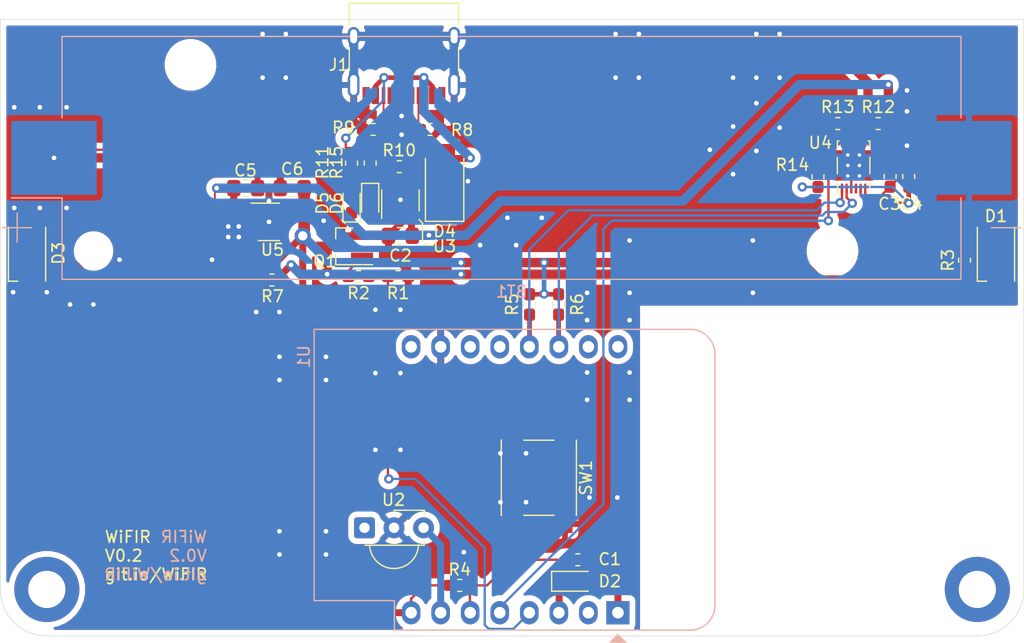
<source format=kicad_pcb>
(kicad_pcb (version 20171130) (host pcbnew "(5.1.5-107-g5d9bda6f9)-1")
  (layers (0 F.Cu signal) (31 B.Cu signal) (34 B.Paste user) (35 F.Paste user) (36 B.SilkS user) (37 F.SilkS user) (38 B.Mask user) (39 F.Mask user) (44 Edge.Cuts user))
  (net 0 "")
  (net 1 +BATT)
  (net 2 /factory_reset)
  (net 3 /~RST)
  (net 4 +1V8)
  (net 5 VCCQ)
  (net 6 +3V3)
  (net 7 "Net-(D1-Pad1)")
  (net 8 /device_wake)
  (net 9 "Net-(D3-Pad1)")
  (net 10 VBUS)
  (net 11 "Net-(D4-Pad1)")
  (net 12 "Net-(D5-Pad1)")
  (net 13 "Net-(J1-PadB8)")
  (net 14 "Net-(J1-PadA5)")
  (net 15 "Net-(J1-PadB7)")
  (net 16 "Net-(J1-PadA7)")
  (net 17 "Net-(J1-PadB6)")
  (net 18 "Net-(J1-PadA8)")
  (net 19 "Net-(J1-PadB5)")
  (net 20 "Net-(J1-PadA6)")
  (net 21 "Net-(Q1-Pad3)")
  (net 22 "Net-(Q1-Pad1)")
  (net 23 /IR_BLASTER)
  (net 24 "/Power management/SDA")
  (net 25 "/Power management/SCL")
  (net 26 "Net-(R10-Pad2)")
  (net 27 "Net-(R13-Pad2)")
  (net 28 "/Power management/~LOW_BAT")
  (net 29 "Net-(U1-Pad16)")
  (net 30 "Net-(U1-Pad15)")
  (net 31 "Net-(U1-Pad12)")
  (net 32 /IR_DeMod_SIG)
  (net 33 "Net-(U1-Pad9)")
  (net 34 /IR_DeMod_VCC)
  (net 35 "Net-(U1-Pad2)")
  (net 36 /IR_DEMOD_SIG)
  (net 37 "Net-(U4-Pad9)")
  (net 38 "Net-(U4-Pad11)")
  (net 39 "Net-(U4-Pad4)")
  (net 40 "Net-(U5-Pad4)")
  (net 41 "Net-(D5-Pad2)")
  (net 42 "Net-(D6-Pad1)")
  (net 43 GND)
  (module Battery:BatteryHolder_Keystone_1042_1x18650 (layer B.Cu) (at 217.95 75.9)
    (fp_text reference BT1 (at 0 11.5) (layer B.SilkS) (effects (justify mirror)))
    (fp_text value "LiPo cell")
    (pad "" np_thru_hole circle (at -35.93 8) (size 2.39 2.39) (drill 2.39) (layers *.Cu *.Mask))
    (pad "" np_thru_hole circle (at -27.6 -8) (size 3.45 3.45) (drill 3.45) (layers *.Cu *.Mask))
    (pad "" np_thru_hole circle (at 27.6 8) (size 3.45 3.45) (drill 3.45) (layers *.Cu *.Mask))
    (pad 2 smd rect (at 39.33 0) (size 7.34 6.35) (layers B.Cu B.Paste B.Mask) (net 43 GND))
    (pad 1 smd rect (at -39.33 0) (size 7.34 6.35) (layers B.Cu B.Paste B.Mask) (net 1 +BATT))
  )
  (module Personal_graphics:kiwi12.5mm (layer F.Cu) (at 189.2 101.2)
    (fp_text reference G*** hide)
    (fp_text value LOGO hide)
  )
  (module Personal_graphics:kiwi12.5mm (layer B.Cu) (at 185.2 101.2 180)
    (fp_text reference G*** hide)
    (fp_text value LOGO hide)
  )
  (module Resistor_SMD:R_0603_1608Metric_Pad1.05x0.95mm_HandSolder (layer F.Cu) (at 204.8 86.1 180)
    (fp_text reference R2 (at 0 -1.43) (layer F.SilkS))
    (fp_text value 1k)
    (pad 2 smd roundrect (at 0.875 0 180) (size 1.05 0.95) (layers F.Cu F.Paste F.Mask) (net 22 "Net-(Q1-Pad1)"))
    (pad 1 smd roundrect (at -0.875 0 180) (size 1.05 0.95) (layers F.Cu F.Paste F.Mask) (net 23 /IR_BLASTER))
  )
  (module MountingHole:MountingHole_3.2mm_M3_DIN965_Pad (layer F.Cu) (at 178 113)
    (fp_text reference REF** hide)
    (fp_text value MountingHole_3.2mm_M3_DIN965_Pad)
    (pad 1 thru_hole circle (at 0 0) (size 5.6 5.6) (drill 3.2) (layers *.Cu *.Mask))
  )
  (module MountingHole:MountingHole_3.2mm_M3_DIN965_Pad (layer F.Cu) (at 258 113)
    (fp_text reference REF** hide)
    (fp_text value MountingHole_3.2mm_M3_DIN965_Pad)
    (pad 1 thru_hole circle (at 0 0) (size 5.6 5.6) (drill 3.2) (layers *.Cu *.Mask))
  )
  (module LED_SMD:LED_PLCC-2 (layer F.Cu) (at 259.6 84.1 90)
    (fp_text reference D1 (at 3.2 0 180) (layer F.SilkS))
    (fp_text value VSML3710-GS18)
    (pad 2 smd rect (at 1.5 0 90) (size 1.5 2.6) (layers F.Cu F.Paste F.Mask) (net 6 +3V3))
    (pad 1 smd rect (at -1.5 0 90) (size 1.5 2.6) (layers F.Cu F.Paste F.Mask) (net 7 "Net-(D1-Pad1)"))
  )
  (module Resistor_SMD:R_0603_1608Metric_Pad1.05x0.95mm_HandSolder (layer F.Cu) (at 256.9 84.7 90)
    (fp_text reference R3 (at 0 -1.43 90) (layer F.SilkS))
    (fp_text value 6R8)
    (pad 2 smd roundrect (at 0.875 0 90) (size 1.05 0.95) (layers F.Cu F.Paste F.Mask) (net 21 "Net-(Q1-Pad3)"))
    (pad 1 smd roundrect (at -0.875 0 90) (size 1.05 0.95) (layers F.Cu F.Paste F.Mask) (net 7 "Net-(D1-Pad1)"))
  )
  (module Connector_USB:USB_C_Receptacle_HRO_TYPE-C-31-M-12 (layer F.Cu) (at 208.7 66.5 180)
    (fp_text reference J1 (at 5.6 -1.4) (layer F.SilkS))
    (fp_text value TYPE-C-31-M-12)
    (pad S1 thru_hole oval (at 4.32 1.05 180) (size 1 1.6) (drill oval 0.6 1.2) (layers *.Cu *.Mask) (net 43 GND))
    (pad "" np_thru_hole circle (at 2.89 -2.6 180) (size 0.65 0.65) (drill 0.65) (layers *.Cu *.Mask))
    (pad S1 thru_hole oval (at -4.32 1.05 180) (size 1 1.6) (drill oval 0.6 1.2) (layers *.Cu *.Mask) (net 43 GND))
    (pad "" np_thru_hole circle (at -2.89 -2.6 180) (size 0.65 0.65) (drill 0.65) (layers *.Cu *.Mask))
    (pad S1 thru_hole oval (at -4.32 -3.13 180) (size 1 2.1) (drill oval 0.6 1.7) (layers *.Cu *.Mask) (net 43 GND))
    (pad S1 thru_hole oval (at 4.32 -3.13 180) (size 1 2.1) (drill oval 0.6 1.7) (layers *.Cu *.Mask) (net 43 GND))
    (pad A6 smd rect (at -0.25 -4.045 180) (size 0.3 1.45) (layers F.Cu F.Paste F.Mask) (net 20 "Net-(J1-PadA6)"))
    (pad B5 smd rect (at 1.75 -4.045 180) (size 0.3 1.45) (layers F.Cu F.Paste F.Mask) (net 19 "Net-(J1-PadB5)"))
    (pad A8 smd rect (at 1.25 -4.045 180) (size 0.3 1.45) (layers F.Cu F.Paste F.Mask) (net 18 "Net-(J1-PadA8)"))
    (pad B6 smd rect (at 0.75 -4.045 180) (size 0.3 1.45) (layers F.Cu F.Paste F.Mask) (net 17 "Net-(J1-PadB6)"))
    (pad A7 smd rect (at 0.25 -4.045 180) (size 0.3 1.45) (layers F.Cu F.Paste F.Mask) (net 16 "Net-(J1-PadA7)"))
    (pad B7 smd rect (at -0.75 -4.045 180) (size 0.3 1.45) (layers F.Cu F.Paste F.Mask) (net 15 "Net-(J1-PadB7)"))
    (pad A5 smd rect (at -1.25 -4.045 180) (size 0.3 1.45) (layers F.Cu F.Paste F.Mask) (net 14 "Net-(J1-PadA5)"))
    (pad B8 smd rect (at -1.75 -4.045 180) (size 0.3 1.45) (layers F.Cu F.Paste F.Mask) (net 13 "Net-(J1-PadB8)"))
    (pad A12 smd rect (at 3.25 -4.045 180) (size 0.6 1.45) (layers F.Cu F.Paste F.Mask) (net 43 GND))
    (pad B4 smd rect (at 2.45 -4.045 180) (size 0.6 1.45) (layers F.Cu F.Paste F.Mask) (net 10 VBUS))
    (pad A4 smd rect (at -2.45 -4.045 180) (size 0.6 1.45) (layers F.Cu F.Paste F.Mask) (net 10 VBUS))
    (pad A1 smd rect (at -3.25 -4.045 180) (size 0.6 1.45) (layers F.Cu F.Paste F.Mask) (net 43 GND))
    (pad B12 smd rect (at -3.25 -4.045 180) (size 0.6 1.45) (layers F.Cu F.Paste F.Mask) (net 43 GND))
    (pad B9 smd rect (at -2.45 -4.045 180) (size 0.6 1.45) (layers F.Cu F.Paste F.Mask) (net 10 VBUS))
    (pad A9 smd rect (at 2.45 -4.045 180) (size 0.6 1.45) (layers F.Cu F.Paste F.Mask) (net 10 VBUS))
    (pad B1 smd rect (at 3.25 -4.045 180) (size 0.6 1.45) (layers F.Cu F.Paste F.Mask) (net 43 GND))
  )
  (module Resistor_SMD:R_0603_1608Metric_Pad1.05x0.95mm_HandSolder (layer F.Cu) (at 210.95 73.45)
    (fp_text reference R8 (at 2.75 0.05) (layer F.SilkS))
    (fp_text value 5k1)
    (pad 1 smd roundrect (at -0.875 0) (size 1.05 0.95) (layers F.Cu F.Paste F.Mask) (net 14 "Net-(J1-PadA5)"))
    (pad 2 smd roundrect (at 0.875 0) (size 1.05 0.95) (layers F.Cu F.Paste F.Mask) (net 43 GND))
  )
  (module Resistor_SMD:R_0603_1608Metric_Pad1.05x0.95mm_HandSolder (layer F.Cu) (at 206.05 73.45)
    (fp_text reference R9 (at -2.55 -0.15) (layer F.SilkS))
    (fp_text value 5k1)
    (pad 1 smd roundrect (at -0.875 0) (size 1.05 0.95) (layers F.Cu F.Paste F.Mask) (net 43 GND))
    (pad 2 smd roundrect (at 0.875 0) (size 1.05 0.95) (layers F.Cu F.Paste F.Mask) (net 19 "Net-(J1-PadB5)"))
  )
  (module Resistor_SMD:R_0603_1608Metric_Pad1.05x0.95mm_HandSolder (layer F.Cu) (at 205.8 76.35 90)
    (fp_text reference R15 (at 0.05 -2.9 90) (layer F.SilkS))
    (fp_text value 470R)
    (pad 1 smd roundrect (at -0.875 0 90) (size 1.05 0.95) (layers F.Cu F.Paste F.Mask) (net 42 "Net-(D6-Pad1)"))
    (pad 2 smd roundrect (at 0.875 0 90) (size 1.05 0.95) (layers F.Cu F.Paste F.Mask) (net 43 GND))
  )
  (module Resistor_SMD:R_0603_1608Metric_Pad1.05x0.95mm_HandSolder (layer F.Cu) (at 204.2 76.35 270)
    (fp_text reference R11 (at -0.05 2.5 90) (layer F.SilkS))
    (fp_text value 470R)
    (pad 1 smd roundrect (at -0.875 0 270) (size 1.05 0.95) (layers F.Cu F.Paste F.Mask) (net 10 VBUS))
    (pad 2 smd roundrect (at 0.875 0 270) (size 1.05 0.95) (layers F.Cu F.Paste F.Mask) (net 41 "Net-(D5-Pad2)"))
  )
  (module Diode_SMD:D_SMA (layer F.Cu) (at 212.2 77.95 90)
    (fp_text reference D4 (at -4.25 0 180) (layer F.SilkS))
    (fp_text value MBRA140)
    (pad 1 smd rect (at -2 0 90) (size 2.5 1.8) (layers F.Cu F.Paste F.Mask) (net 11 "Net-(D4-Pad1)"))
    (pad 2 smd rect (at 2 0 90) (size 2.5 1.8) (layers F.Cu F.Paste F.Mask) (net 10 VBUS))
  )
  (module Package_TO_SOT_SMD:SOT-23-5 (layer F.Cu) (at 197.1 81.4)
    (fp_text reference U5 (at 0.3 2.4 180) (layer F.SilkS))
    (fp_text value TLV75733PDBV)
    (pad 5 smd rect (at 1.1 -0.95) (size 1.06 0.65) (layers F.Cu F.Paste F.Mask) (net 6 +3V3))
    (pad 4 smd rect (at 1.1 0.95) (size 1.06 0.65) (layers F.Cu F.Paste F.Mask) (net 40 "Net-(U5-Pad4)"))
    (pad 3 smd rect (at -1.1 0.95) (size 1.06 0.65) (layers F.Cu F.Paste F.Mask) (net 5 VCCQ))
    (pad 2 smd rect (at -1.1 0) (size 1.06 0.65) (layers F.Cu F.Paste F.Mask) (net 43 GND))
    (pad 1 smd rect (at -1.1 -0.95) (size 1.06 0.65) (layers F.Cu F.Paste F.Mask) (net 5 VCCQ))
  )
  (module Package_SON:Texas_S-PDSO-N12 (layer F.Cu) (at 247.3625 76.55 90)
    (fp_text reference U4 (at 1.95 -2.8625 180) (layer F.SilkS))
    (fp_text value BQ27441DRZR-G1A)
    (pad 13 smd rect (at 0 0) (size 1.95 2.6) (layers F.Cu F.Mask) (net 43 GND))
    (pad 13 smd rect (at -1.1 1.3125) (size 0.675 0.4) (layers F.Cu F.Mask) (net 43 GND))
    (pad 13 smd rect (at 1.1 1.3125) (size 0.675 0.4) (layers F.Cu F.Mask) (net 43 GND))
    (pad 13 smd rect (at 1.1 -1.3125) (size 0.675 0.4) (layers F.Cu F.Mask) (net 43 GND))
    (pad 13 smd rect (at -1.1 -1.3125) (size 0.675 0.4) (layers F.Cu F.Mask) (net 43 GND))
    (pad 3 smd rect (at -2.3 -0.2 90) (size 0.2 0.2) (layers F.Cu F.Paste F.Mask) (net 43 GND))
    (pad 3 smd oval (at -1.975 -0.2 90) (size 0.85 0.2) (layers F.Cu F.Paste F.Mask) (net 43 GND))
    (pad 2 smd oval (at -1.975 -0.6 90) (size 0.85 0.2) (layers F.Cu F.Paste F.Mask) (net 25 "/Power management/SCL"))
    (pad 1 smd oval (at -1.975 -1 90) (size 0.85 0.2) (layers F.Cu F.Paste F.Mask) (net 24 "/Power management/SDA"))
    (pad 4 smd oval (at -1.975 0.2 90) (size 0.85 0.2) (layers F.Cu F.Paste F.Mask) (net 39 "Net-(U4-Pad4)"))
    (pad 5 smd oval (at -1.975 0.6 90) (size 0.85 0.2) (layers F.Cu F.Paste F.Mask) (net 4 +1V8))
    (pad 6 smd oval (at -1.975 1 90) (size 0.85 0.2) (layers F.Cu F.Paste F.Mask) (net 1 +BATT))
    (pad 12 smd oval (at 1.975 -1 90) (size 0.85 0.2) (layers F.Cu F.Paste F.Mask) (net 28 "/Power management/~LOW_BAT"))
    (pad 11 smd oval (at 1.975 -0.6 90) (size 0.85 0.2) (layers F.Cu F.Paste F.Mask) (net 38 "Net-(U4-Pad11)"))
    (pad 10 smd oval (at 1.975 -0.2 90) (size 0.85 0.2) (layers F.Cu F.Paste F.Mask) (net 27 "Net-(R13-Pad2)"))
    (pad 9 smd oval (at 1.975 0.2 90) (size 0.85 0.2) (layers F.Cu F.Paste F.Mask) (net 37 "Net-(U4-Pad9)"))
    (pad 8 smd oval (at 1.975 0.6 90) (size 0.85 0.2) (layers F.Cu F.Paste F.Mask) (net 1 +BATT))
    (pad 7 smd oval (at 1.975 1 90) (size 0.85 0.2) (layers F.Cu F.Paste F.Mask) (net 5 VCCQ))
    (pad 4 smd rect (at -2.3 0.2 90) (size 0.2 0.2) (layers F.Cu F.Paste F.Mask) (net 39 "Net-(U4-Pad4)"))
    (pad 5 smd rect (at -2.3 0.6 90) (size 0.2 0.2) (layers F.Cu F.Paste F.Mask) (net 4 +1V8))
    (pad 6 smd rect (at -2.3 1 90) (size 0.2 0.2) (layers F.Cu F.Paste F.Mask) (net 1 +BATT))
    (pad 2 smd rect (at -2.3 -0.6 90) (size 0.2 0.2) (layers F.Cu F.Paste F.Mask) (net 25 "/Power management/SCL"))
    (pad 1 smd rect (at -2.3 -1 90) (size 0.2 0.2) (layers F.Cu F.Paste F.Mask) (net 24 "/Power management/SDA"))
    (pad 12 smd rect (at 2.3 -1 90) (size 0.2 0.2) (layers F.Cu F.Paste F.Mask) (net 28 "/Power management/~LOW_BAT"))
    (pad 11 smd rect (at 2.3 -0.6 90) (size 0.2 0.2) (layers F.Cu F.Paste F.Mask) (net 38 "Net-(U4-Pad11)"))
    (pad 10 smd rect (at 2.3 -0.2 90) (size 0.2 0.2) (layers F.Cu F.Paste F.Mask) (net 27 "Net-(R13-Pad2)"))
    (pad 9 smd rect (at 2.3 0.2 90) (size 0.2 0.2) (layers F.Cu F.Paste F.Mask) (net 37 "Net-(U4-Pad9)"))
    (pad 8 smd rect (at 2.3 0.6 90) (size 0.2 0.2) (layers F.Cu F.Paste F.Mask) (net 1 +BATT))
    (pad 7 smd rect (at 2.3 1 90) (size 0.2 0.2) (layers F.Cu F.Paste F.Mask) (net 5 VCCQ))
    (pad 13 thru_hole circle (at -0.9 0.5 90) (size 0.6 0.6) (drill 0.3) (layers *.Cu) (net 43 GND))
    (pad 13 thru_hole circle (at 0.9 0.5 90) (size 0.6 0.6) (drill 0.3) (layers *.Cu) (net 43 GND))
    (pad 13 thru_hole circle (at 0.9 -0.5 90) (size 0.6 0.6) (drill 0.3) (layers *.Cu) (net 43 GND))
    (pad 13 thru_hole circle (at -0.9 -0.5 90) (size 0.6 0.6) (drill 0.3) (layers *.Cu) (net 43 GND))
    (pad 13 thru_hole circle (at 0 -0.5 90) (size 0.6 0.6) (drill 0.3) (layers *.Cu) (net 43 GND))
    (pad 13 thru_hole circle (at 0 0.5 90) (size 0.6 0.6) (drill 0.3) (layers *.Cu) (net 43 GND))
    (pad 13 smd rect (at 0 0) (size 1.95 2.6) (layers B.Cu F.Mask) (net 43 GND))
    (pad 13 smd rect (at 0.65 -0.4875 180) (size 0.975 1.3) (layers F.Cu F.Paste) (net 43 GND))
    (pad 13 smd rect (at -0.65 -0.4875 180) (size 0.975 1.3) (layers F.Cu F.Paste) (net 43 GND))
    (pad 13 smd rect (at -0.65 0.4875 180) (size 0.975 1.3) (layers F.Cu F.Paste) (net 43 GND))
    (pad 13 smd rect (at 0.65 0.4875 180) (size 0.975 1.3) (layers F.Cu F.Paste) (net 43 GND))
    (pad 13 smd rect (at 1.1 1.365) (size 0.575 0.4) (layers F.Cu F.Paste F.Mask) (net 43 GND))
    (pad 13 smd rect (at 1.1 -1.365) (size 0.575 0.4) (layers F.Cu F.Paste F.Mask) (net 43 GND))
    (pad 13 smd rect (at -1.1 -1.365) (size 0.575 0.4) (layers F.Cu F.Paste F.Mask) (net 43 GND))
    (pad 13 smd rect (at -1.1 1.365) (size 0.575 0.4) (layers F.Cu F.Paste F.Mask) (net 43 GND))
  )
  (module Package_TO_SOT_SMD:SOT-23-5 (layer F.Cu) (at 208.4 79.55 90)
    (fp_text reference U3 (at -3.95 3.8 180) (layer F.SilkS))
    (fp_text value MCP73831-2-OT)
    (pad 1 smd rect (at -1.1 -0.95 90) (size 1.06 0.65) (layers F.Cu F.Paste F.Mask) (net 12 "Net-(D5-Pad1)"))
    (pad 2 smd rect (at -1.1 0 90) (size 1.06 0.65) (layers F.Cu F.Paste F.Mask) (net 43 GND))
    (pad 3 smd rect (at -1.1 0.95 90) (size 1.06 0.65) (layers F.Cu F.Paste F.Mask) (net 5 VCCQ))
    (pad 4 smd rect (at 1.1 0.95 90) (size 1.06 0.65) (layers F.Cu F.Paste F.Mask) (net 11 "Net-(D4-Pad1)"))
    (pad 5 smd rect (at 1.1 -0.95 90) (size 1.06 0.65) (layers F.Cu F.Paste F.Mask) (net 26 "Net-(R10-Pad2)"))
  )
  (module OptoDevice:Vishay_MINICAST-3Pin (layer F.Cu) (at 205.31 107.7)
    (fp_text reference U2 (at 2.5 -2.4 180) (layer F.SilkS))
    (fp_text value TSOP38236)
    (pad 3 thru_hole circle (at 5.08 0) (size 1.8 1.8) (drill 0.9) (layers *.Cu *.Mask) (net 34 /IR_DeMod_VCC))
    (pad 2 thru_hole circle (at 2.54 0) (size 1.8 1.8) (drill 0.9) (layers *.Cu *.Mask) (net 43 GND))
    (pad 1 thru_hole roundrect (at 0 0) (size 1.8 1.8) (drill 0.9) (layers *.Cu *.Mask) (roundrect_rratio 0.139) (net 36 /IR_DEMOD_SIG))
  )
  (module Module:WEMOS_D1_mini_light (layer B.Cu) (at 227.1 115 90)
    (fp_text reference U1 (at 22 -27 90) (layer B.SilkS) (effects (justify mirror)))
    (fp_text value WeMos_D1_mini)
    (pad 16 thru_hole oval (at 22.86 0 90) (size 2 1.6) (drill 1) (layers *.Cu *.Mask) (net 29 "Net-(U1-Pad16)"))
    (pad 15 thru_hole oval (at 22.86 -2.54 90) (size 2 1.6) (drill 1) (layers *.Cu *.Mask) (net 30 "Net-(U1-Pad15)"))
    (pad 14 thru_hole oval (at 22.86 -5.08 90) (size 2 1.6) (drill 1) (layers *.Cu *.Mask) (net 25 "/Power management/SCL"))
    (pad 13 thru_hole oval (at 22.86 -7.62 90) (size 2 1.6) (drill 1) (layers *.Cu *.Mask) (net 24 "/Power management/SDA"))
    (pad 12 thru_hole oval (at 22.86 -10.16 90) (size 2 1.6) (drill 1) (layers *.Cu *.Mask) (net 31 "Net-(U1-Pad12)"))
    (pad 11 thru_hole oval (at 22.86 -12.7 90) (size 2 1.6) (drill 1) (layers *.Cu *.Mask) (net 32 /IR_DeMod_SIG))
    (pad 10 thru_hole oval (at 22.86 -15.24 90) (size 2 1.6) (drill 1) (layers *.Cu *.Mask) (net 43 GND))
    (pad 9 thru_hole oval (at 22.86 -17.78 90) (size 2 1.6) (drill 1) (layers *.Cu *.Mask) (net 33 "Net-(U1-Pad9)"))
    (pad 8 thru_hole oval (at 0 -17.78 90) (size 2 1.6) (drill 1) (layers *.Cu *.Mask) (net 6 +3V3))
    (pad 7 thru_hole oval (at 0 -15.24 90) (size 2 1.6) (drill 1) (layers *.Cu *.Mask) (net 34 /IR_DeMod_VCC))
    (pad 6 thru_hole oval (at 0 -12.7 90) (size 2 1.6) (drill 1) (layers *.Cu *.Mask) (net 2 /factory_reset))
    (pad 5 thru_hole oval (at 0 -10.16 90) (size 2 1.6) (drill 1) (layers *.Cu *.Mask) (net 28 "/Power management/~LOW_BAT"))
    (pad 4 thru_hole oval (at 0 -7.62 90) (size 2 1.6) (drill 1) (layers *.Cu *.Mask) (net 23 /IR_BLASTER))
    (pad 3 thru_hole oval (at 0 -5.08 90) (size 2 1.6) (drill 1) (layers *.Cu *.Mask) (net 8 /device_wake))
    (pad 1 thru_hole rect (at 0 0 90) (size 2 2) (drill 1) (layers *.Cu *.Mask) (net 3 /~RST))
    (pad 2 thru_hole oval (at 0 -2.54 90) (size 2 1.6) (drill 1) (layers *.Cu *.Mask) (net 35 "Net-(U1-Pad2)"))
  )
  (module Button_Switch_SMD:SW_Push_1P1T_NO_6x6mm_H9.5mm (layer F.Cu) (at 220.3 103.4 270)
    (fp_text reference SW1 (at 0 -4.05 90) (layer F.SilkS))
    (fp_text value SW_SPST)
    (pad 2 smd rect (at 3.975 2.25 270) (size 1.55 1.3) (layers F.Cu F.Paste F.Mask) (net 2 /factory_reset))
    (pad 1 smd rect (at 3.975 -2.25 270) (size 1.55 1.3) (layers F.Cu F.Paste F.Mask) (net 43 GND))
    (pad 1 smd rect (at -3.975 -2.25 270) (size 1.55 1.3) (layers F.Cu F.Paste F.Mask) (net 43 GND))
    (pad 2 smd rect (at -3.975 2.25 270) (size 1.55 1.3) (layers F.Cu F.Paste F.Mask) (net 2 /factory_reset))
  )
  (module Resistor_SMD:R_0603_1608Metric_Pad1.05x0.95mm_HandSolder (layer F.Cu) (at 244.3 77.525 270)
    (fp_text reference R14 (at -1.025 2.2) (layer F.SilkS))
    (fp_text value 10k)
    (pad 1 smd roundrect (at -0.875 0 270) (size 1.05 0.95) (layers F.Cu F.Paste F.Mask) (net 28 "/Power management/~LOW_BAT"))
    (pad 2 smd roundrect (at 0.875 0 270) (size 1.05 0.95) (layers F.Cu F.Paste F.Mask) (net 4 +1V8))
  )
  (module Resistor_SMD:R_0603_1608Metric_Pad1.05x0.95mm_HandSolder (layer F.Cu) (at 246 72.95)
    (fp_text reference R13 (at 0 -1.43) (layer F.SilkS))
    (fp_text value 10k)
    (pad 1 smd roundrect (at -0.875 0) (size 1.05 0.95) (layers F.Cu F.Paste F.Mask) (net 43 GND))
    (pad 2 smd roundrect (at 0.875 0) (size 1.05 0.95) (layers F.Cu F.Paste F.Mask) (net 27 "Net-(R13-Pad2)"))
  )
  (module Resistor_SMD:R_0603_1608Metric_Pad1.05x0.95mm_HandSolder (layer F.Cu) (at 249.475 72.95)
    (fp_text reference R12 (at 0 -1.43) (layer F.SilkS))
    (fp_text value 10mR)
    (pad 2 smd roundrect (at 0.875 0) (size 1.05 0.95) (layers F.Cu F.Paste F.Mask) (net 5 VCCQ))
    (pad 1 smd roundrect (at -0.875 0) (size 1.05 0.95) (layers F.Cu F.Paste F.Mask) (net 1 +BATT))
  )
  (module Resistor_SMD:R_0603_1608Metric_Pad1.05x0.95mm_HandSolder (layer F.Cu) (at 208.3 76.65 180)
    (fp_text reference R10 (at 0 1.4) (layer F.SilkS))
    (fp_text value 10k)
    (pad 1 smd roundrect (at -0.875 0 180) (size 1.05 0.95) (layers F.Cu F.Paste F.Mask) (net 43 GND))
    (pad 2 smd roundrect (at 0.875 0 180) (size 1.05 0.95) (layers F.Cu F.Paste F.Mask) (net 26 "Net-(R10-Pad2)"))
  )
  (module Resistor_SMD:R_0603_1608Metric_Pad1.05x0.95mm_HandSolder (layer F.Cu) (at 197.35 86.4)
    (fp_text reference R7 (at 0.05 1.4) (layer F.SilkS))
    (fp_text value 6R8)
    (pad 2 smd roundrect (at 0.875 0) (size 1.05 0.95) (layers F.Cu F.Paste F.Mask) (net 21 "Net-(Q1-Pad3)"))
    (pad 1 smd roundrect (at -0.875 0) (size 1.05 0.95) (layers F.Cu F.Paste F.Mask) (net 9 "Net-(D3-Pad1)"))
  )
  (module Resistor_SMD:R_0603_1608Metric_Pad1.05x0.95mm_HandSolder (layer F.Cu) (at 222 88.5 90)
    (fp_text reference R6 (at 0 1.6 90) (layer F.SilkS))
    (fp_text value 4k7)
    (pad 2 smd roundrect (at 0.875 0 90) (size 1.05 0.95) (layers F.Cu F.Paste F.Mask) (net 6 +3V3))
    (pad 1 smd roundrect (at -0.875 0 90) (size 1.05 0.95) (layers F.Cu F.Paste F.Mask) (net 25 "/Power management/SCL"))
  )
  (module Resistor_SMD:R_0603_1608Metric_Pad1.05x0.95mm_HandSolder (layer F.Cu) (at 219.5 88.5 90)
    (fp_text reference R5 (at 0 -1.5 90) (layer F.SilkS))
    (fp_text value 4k7)
    (pad 2 smd roundrect (at 0.875 0 90) (size 1.05 0.95) (layers F.Cu F.Paste F.Mask) (net 6 +3V3))
    (pad 1 smd roundrect (at -0.875 0 90) (size 1.05 0.95) (layers F.Cu F.Paste F.Mask) (net 24 "/Power management/SDA"))
  )
  (module Resistor_SMD:R_0603_1608Metric_Pad1.05x0.95mm_HandSolder (layer F.Cu) (at 213.5 112.65 180)
    (fp_text reference R4 (at 0 1.35) (layer F.SilkS))
    (fp_text value 10k)
    (pad 2 smd roundrect (at 0.875 0 180) (size 1.05 0.95) (layers F.Cu F.Paste F.Mask) (net 6 +3V3))
    (pad 1 smd roundrect (at -0.875 0 180) (size 1.05 0.95) (layers F.Cu F.Paste F.Mask) (net 2 /factory_reset))
  )
  (module Resistor_SMD:R_0603_1608Metric_Pad1.05x0.95mm_HandSolder (layer F.Cu) (at 208.2 86.1 180)
    (fp_text reference R1 (at 0 -1.43) (layer F.SilkS))
    (fp_text value 4k7)
    (pad 2 smd roundrect (at 0.875 0 180) (size 1.05 0.95) (layers F.Cu F.Paste F.Mask) (net 23 /IR_BLASTER))
    (pad 1 smd roundrect (at -0.875 0 180) (size 1.05 0.95) (layers F.Cu F.Paste F.Mask) (net 43 GND))
  )
  (module Package_TO_SOT_SMD:SOT-23_Handsoldering (layer F.Cu) (at 203.6 83.5 180)
    (fp_text reference Q1 (at 1.7 -1.3) (layer F.SilkS))
    (fp_text value FDN339AN)
    (pad 3 smd rect (at 1.5 0 180) (size 1.9 0.8) (layers F.Cu F.Paste F.Mask) (net 21 "Net-(Q1-Pad3)"))
    (pad 2 smd rect (at -1.5 0.95 180) (size 1.9 0.8) (layers F.Cu F.Paste F.Mask) (net 43 GND))
    (pad 1 smd rect (at -1.5 -0.95 180) (size 1.9 0.8) (layers F.Cu F.Paste F.Mask) (net 22 "Net-(Q1-Pad1)"))
  )
  (module LED_SMD:LED_0603_1608Metric_Pad1.05x0.95mm_HandSolder (layer F.Cu) (at 205.8 79.75 270)
    (fp_text reference D6 (at 0.05 2.9 90) (layer F.SilkS))
    (fp_text value charged)
    (pad 2 smd roundrect (at 0.875 0 270) (size 1.05 0.95) (layers F.Cu F.Paste F.Mask) (net 12 "Net-(D5-Pad1)"))
    (pad 1 smd roundrect (at -0.875 0 270) (size 1.05 0.95) (layers F.Cu F.Paste F.Mask) (net 42 "Net-(D6-Pad1)"))
  )
  (module LED_SMD:LED_0603_1608Metric_Pad1.05x0.95mm_HandSolder (layer F.Cu) (at 204.2 79.75 90)
    (fp_text reference D5 (at -0.05 -2.5 90) (layer F.SilkS))
    (fp_text value charging)
    (pad 1 smd roundrect (at -0.875 0 90) (size 1.05 0.95) (layers F.Cu F.Paste F.Mask) (net 12 "Net-(D5-Pad1)"))
    (pad 2 smd roundrect (at 0.875 0 90) (size 1.05 0.95) (layers F.Cu F.Paste F.Mask) (net 41 "Net-(D5-Pad2)"))
  )
  (module LED_SMD:LED_PLCC-2 (layer F.Cu) (at 176.3 84.1 90)
    (fp_text reference D3 (at 0 2.7 90) (layer F.SilkS))
    (fp_text value VSML3710-GS18)
    (pad 2 smd rect (at 1.5 0 90) (size 1.5 2.6) (layers F.Cu F.Paste F.Mask) (net 6 +3V3))
    (pad 1 smd rect (at -1.5 0 90) (size 1.5 2.6) (layers F.Cu F.Paste F.Mask) (net 9 "Net-(D3-Pad1)"))
  )
  (module Diode_SMD:D_SOD-323_HandSoldering (layer F.Cu) (at 223.3 112.3)
    (fp_text reference D2 (at 3.1 0) (layer F.SilkS))
    (fp_text value BAT54WS)
    (pad 2 smd rect (at 1.25 0) (size 1 1) (layers F.Cu F.Paste F.Mask) (net 3 /~RST))
    (pad 1 smd rect (at -1.25 0) (size 1 1) (layers F.Cu F.Paste F.Mask) (net 8 /device_wake))
  )
  (module Capacitor_SMD:C_0805_2012Metric_Pad1.15x1.40mm_HandSolder (layer F.Cu) (at 199.1 78.5)
    (fp_text reference C6 (at 0 -1.65) (layer F.SilkS))
    (fp_text value 4.7uF)
    (pad 2 smd roundrect (at 1.025 0) (size 1.15 1.4) (layers F.Cu F.Paste F.Mask) (roundrect_rratio 0.217391) (net 6 +3V3))
    (pad 1 smd roundrect (at -1.025 0) (size 1.15 1.4) (layers F.Cu F.Paste F.Mask) (roundrect_rratio 0.217391) (net 43 GND))
  )
  (module Capacitor_SMD:C_0805_2012Metric_Pad1.15x1.40mm_HandSolder (layer F.Cu) (at 195.1 78.5)
    (fp_text reference C5 (at -0.025 -1.525) (layer F.SilkS))
    (fp_text value 4.7uF)
    (pad 2 smd roundrect (at 1.025 0) (size 1.15 1.4) (layers F.Cu F.Paste F.Mask) (roundrect_rratio 0.217391) (net 43 GND))
    (pad 1 smd roundrect (at -1.025 0) (size 1.15 1.4) (layers F.Cu F.Paste F.Mask) (roundrect_rratio 0.217391) (net 5 VCCQ))
  )
  (module Capacitor_SMD:C_0603_1608Metric_Pad1.05x0.95mm_HandSolder (layer F.Cu) (at 252.1 77.5 270)
    (fp_text reference C4 (at 2.35 -0.25 180) (layer F.SilkS))
    (fp_text value 10nF)
    (pad 1 smd roundrect (at -0.875 0 270) (size 1.05 0.95) (layers F.Cu F.Paste F.Mask) (net 43 GND))
    (pad 2 smd roundrect (at 0.875 0 270) (size 1.05 0.95) (layers F.Cu F.Paste F.Mask) (net 4 +1V8))
  )
  (module Capacitor_SMD:C_0603_1608Metric_Pad1.05x0.95mm_HandSolder (layer F.Cu) (at 250.5 77.5 270)
    (fp_text reference C3 (at 2.35 0.05 180) (layer F.SilkS))
    (fp_text value 10nF)
    (pad 1 smd roundrect (at -0.875 0 270) (size 1.05 0.95) (layers F.Cu F.Paste F.Mask) (net 43 GND))
    (pad 2 smd roundrect (at 0.875 0 270) (size 1.05 0.95) (layers F.Cu F.Paste F.Mask) (net 1 +BATT))
  )
  (module Capacitor_SMD:C_0805_2012Metric_Pad1.15x1.40mm_HandSolder (layer F.Cu) (at 208.4 82.6)
    (fp_text reference C2 (at 0 1.7) (layer F.SilkS))
    (fp_text value 4.7uF)
    (pad 1 smd roundrect (at -1.025 0) (size 1.15 1.4) (layers F.Cu F.Paste F.Mask) (roundrect_rratio 0.217391) (net 43 GND))
    (pad 2 smd roundrect (at 1.025 0) (size 1.15 1.4) (layers F.Cu F.Paste F.Mask) (roundrect_rratio 0.217391) (net 5 VCCQ))
  )
  (module Capacitor_SMD:C_0603_1608Metric_Pad1.05x0.95mm_HandSolder (layer F.Cu) (at 223.65 110.45 180)
    (fp_text reference C1 (at -2.75 0.05) (layer F.SilkS))
    (fp_text value 1uF)
    (pad 2 smd roundrect (at 0.875 0 180) (size 1.05 0.95) (layers F.Cu F.Paste F.Mask) (net 2 /factory_reset))
    (pad 1 smd roundrect (at -0.875 0 180) (size 1.05 0.95) (layers F.Cu F.Paste F.Mask) (net 3 /~RST))
  )
  (gr_text "WiFIR\nV0.2\ngit.io/WiFIR" (at 191.859524 110.1) (layer B.SilkS) (effects (font (size 1 1)) (justify left mirror)))
  (gr_text "WiFIR\nV0.2\ngit.io/WiFIR" (at 182.9 110.1) (layer F.SilkS) (effects (font (size 1 1)) (justify left)))
  (gr_line (start 210.3 83) (end 210.3 81.5) (layer F.SilkS) (width 0.12))
  (gr_line (start 210.7 83.4) (end 210.3 83) (layer F.SilkS) (width 0.12))
  (gr_line (start 211.2 83.4) (end 210.7 83.4) (layer F.SilkS) (width 0.12))
  (gr_line (start 210.3 81.5) (end 210 81.2) (layer F.SilkS) (width 0.12))
  (gr_arc (start 258 113) (end 258 117) (angle -90) (layer Edge.Cuts) (width 0.05))
  (gr_arc (start 178 113) (end 174 113) (angle -90) (layer Edge.Cuts) (width 0.05))
  (gr_line (start 178 117) (end 258 117) (layer Edge.Cuts) (width 0.05))
  (gr_line (start 174 64) (end 174 113) (layer Edge.Cuts) (width 0.05))
  (gr_line (start 174 64) (end 262 64) (layer Edge.Cuts) (width 0.05))
  (gr_line (start 262 64) (end 262 113) (layer Edge.Cuts) (width 0.05))
  (segment (start 247.9625 73.5375) (end 248.5 73) (width 0.1524) (layer F.Cu) (net 1))
  (segment (start 247.9625 73.5375) (end 248.3 73.2) (width 0.2) (layer F.Cu) (net 1))
  (segment (start 247.9625 74.575) (end 247.9625 73.5375) (width 0.2) (layer F.Cu) (net 1))
  (via (at 178.62 75.9) (size 0.8) (drill 0.4) (layers F.Cu B.Cu) (net 1))
  (segment (start 250.3 78.575) (end 250.5 78.375) (width 0.2) (layer F.Cu) (net 1))
  (segment (start 195.3 67.4) (end 186.8 75.9) (width 0.8) (layer F.Cu) (net 1))
  (segment (start 186.8 75.9) (end 178.62 75.9) (width 0.8) (layer F.Cu) (net 1))
  (segment (start 248.6 69.4) (end 246.6 67.4) (width 0.8) (layer F.Cu) (net 1))
  (segment (start 248.6 72.95) (end 248.6 69.4) (width 0.8) (layer F.Cu) (net 1))
  (segment (start 246.6 67.4) (end 195.3 67.4) (width 0.8) (layer F.Cu) (net 1))
  (segment (start 248.708472 79.39759) (end 249.47741 79.39759) (width 0.2) (layer F.Cu) (net 1))
  (segment (start 248.3625 78.85) (end 248.3625 79.051618) (width 0.2) (layer F.Cu) (net 1))
  (segment (start 249.47741 79.39759) (end 250.5 78.375) (width 0.2) (layer F.Cu) (net 1))
  (segment (start 248.3625 79.051618) (end 248.708472 79.39759) (width 0.2) (layer F.Cu) (net 1))
  (segment (start 179.32 75.2) (end 178.62 75.9) (width 0.2) (layer F.Cu) (net 1))
  (segment (start 195 66.7) (end 186.5 75.2) (width 0.2) (layer F.Cu) (net 1))
  (segment (start 186.5 75.2) (end 179.32 75.2) (width 0.2) (layer F.Cu) (net 1))
  (segment (start 250.4 66.7) (end 195 66.7) (width 0.2) (layer F.Cu) (net 1))
  (segment (start 251.375 77.5) (end 252.8 77.5) (width 0.2) (layer F.Cu) (net 1))
  (segment (start 253.2 77.1) (end 253.2 69.5) (width 0.2) (layer F.Cu) (net 1))
  (segment (start 250.5 78.375) (end 251.375 77.5) (width 0.2) (layer F.Cu) (net 1))
  (segment (start 252.8 77.5) (end 253.2 77.1) (width 0.2) (layer F.Cu) (net 1))
  (segment (start 253.2 69.5) (end 250.4 66.7) (width 0.2) (layer F.Cu) (net 1))
  (segment (start 214.375 114.975) (end 214.4 115) (width 0.2) (layer F.Cu) (net 2))
  (segment (start 214.375 112.65) (end 214.375 114.975) (width 0.2) (layer F.Cu) (net 2))
  (segment (start 222.775 110.45) (end 218.05 110.45) (width 0.2) (layer F.Cu) (net 2))
  (segment (start 215.85 112.65) (end 214.375 112.65) (width 0.2) (layer F.Cu) (net 2))
  (segment (start 218.05 110.45) (end 215.85 112.65) (width 0.2) (layer F.Cu) (net 2))
  (segment (start 218.05 107.375) (end 218.05 110.45) (width 0.2) (layer F.Cu) (net 2))
  (segment (start 218.05 100.4) (end 218.05 107.375) (width 0.2) (layer F.Cu) (net 2))
  (segment (start 218.05 99.425) (end 218.05 100.4) (width 0.2) (layer F.Cu) (net 2))
  (segment (start 224.525 110.45) (end 226.15 110.45) (width 0.6) (layer F.Cu) (net 3))
  (segment (start 226.15 110.45) (end 227.1 111.4) (width 0.6) (layer F.Cu) (net 3))
  (segment (start 226.95 112.3) (end 224.55 112.3) (width 0.6) (layer F.Cu) (net 3))
  (segment (start 227.1 112.45) (end 227.1 115) (width 0.6) (layer F.Cu) (net 3))
  (segment (start 227.1 112.45) (end 226.95 112.3) (width 0.6) (layer F.Cu) (net 3))
  (segment (start 227.1 111.4) (end 227.1 112.45) (width 0.6) (layer F.Cu) (net 3))
  (via (at 252.1 79.8) (size 0.8) (drill 0.4) (layers F.Cu B.Cu) (net 4))
  (segment (start 247.9625 79.15) (end 248.5625 79.75) (width 0.2) (layer F.Cu) (net 4))
  (segment (start 247.9625 78.525) (end 247.9625 79.15) (width 0.2) (layer F.Cu) (net 4))
  (segment (start 252.05 79.75) (end 252.1 79.8) (width 0.2) (layer B.Cu) (net 4))
  (segment (start 252.05 79.75) (end 252.1 79.8) (width 0.2) (layer F.Cu) (net 4))
  (segment (start 248.5625 79.75) (end 252.05 79.75) (width 0.2) (layer F.Cu) (net 4))
  (segment (start 252.1 78.375) (end 252.1 79.8) (width 0.4) (layer F.Cu) (net 4))
  (via (at 242.95 78.4) (size 0.8) (drill 0.4) (layers F.Cu B.Cu) (net 4))
  (segment (start 252.1 79.8) (end 250.7 78.4) (width 0.2) (layer B.Cu) (net 4))
  (segment (start 250.7 78.4) (end 242.95 78.4) (width 0.2) (layer B.Cu) (net 4))
  (segment (start 242.95 78.4) (end 244.3 78.4) (width 0.2) (layer F.Cu) (net 4))
  (segment (start 209.35 82.525) (end 209.425 82.6) (width 0.6) (layer F.Cu) (net 5))
  (segment (start 209.35 80.65) (end 209.35 82.525) (width 0.6) (layer F.Cu) (net 5))
  (segment (start 249.925 73.85) (end 250.35 73.425) (width 0.2) (layer F.Cu) (net 5))
  (segment (start 250.35 73.425) (end 250.35 72.95) (width 0.2) (layer F.Cu) (net 5))
  (segment (start 248.4625 73.85) (end 249.925 73.85) (width 0.2) (layer F.Cu) (net 5))
  (segment (start 248.3625 73.95) (end 248.4625 73.85) (width 0.2) (layer F.Cu) (net 5))
  (segment (start 248.3625 74.575) (end 248.3625 73.95) (width 0.2) (layer F.Cu) (net 5))
  (segment (start 196 80.45) (end 194.55 80.45) (width 0.6) (layer F.Cu) (net 5))
  (segment (start 194.075 79.975) (end 194.075 78.5) (width 0.6) (layer F.Cu) (net 5))
  (segment (start 194.55 80.45) (end 194.075 79.975) (width 0.6) (layer F.Cu) (net 5))
  (via (at 250.35 69.6) (size 0.8) (drill 0.4) (layers F.Cu B.Cu) (net 5))
  (segment (start 250.35 72.95) (end 250.35 69.6) (width 0.8) (layer F.Cu) (net 5))
  (via (at 210.85 82.55) (size 0.8) (drill 0.4) (layers F.Cu B.Cu) (net 5))
  (segment (start 209.475 82.55) (end 209.425 82.6) (width 0.8) (layer F.Cu) (net 5))
  (segment (start 210.85 82.55) (end 209.475 82.55) (width 0.8) (layer F.Cu) (net 5))
  (segment (start 210.85 82.55) (end 205.25 82.55) (width 0.8) (layer B.Cu) (net 5))
  (via (at 192.6 78.5) (size 0.8) (drill 0.4) (layers F.Cu B.Cu) (net 5))
  (segment (start 205.25 82.55) (end 201.2 78.5) (width 0.8) (layer B.Cu) (net 5))
  (segment (start 201.2 78.5) (end 192.6 78.5) (width 0.8) (layer B.Cu) (net 5))
  (segment (start 192.6 78.5) (end 194.075 78.5) (width 0.8) (layer F.Cu) (net 5))
  (segment (start 196 82.35) (end 196 82.9) (width 0.1524) (layer F.Cu) (net 5))
  (segment (start 196 82.9) (end 195.05 83.85) (width 0.1524) (layer F.Cu) (net 5))
  (segment (start 195.05 83.85) (end 193.2 83.85) (width 0.1524) (layer F.Cu) (net 5))
  (segment (start 193.2 83.85) (end 192.45 83.1) (width 0.1524) (layer F.Cu) (net 5))
  (segment (start 192.45 78.65) (end 192.6 78.5) (width 0.1524) (layer F.Cu) (net 5))
  (segment (start 192.45 83.1) (end 192.45 78.65) (width 0.1524) (layer F.Cu) (net 5))
  (segment (start 214.05 82.55) (end 210.85 82.55) (width 0.8) (layer B.Cu) (net 5))
  (segment (start 217 79.6) (end 214.05 82.55) (width 0.8) (layer B.Cu) (net 5))
  (segment (start 242.7 69.6) (end 232.7 79.6) (width 0.8) (layer B.Cu) (net 5))
  (segment (start 232.7 79.6) (end 217 79.6) (width 0.8) (layer B.Cu) (net 5))
  (segment (start 250.35 69.6) (end 242.7 69.6) (width 0.8) (layer B.Cu) (net 5))
  (segment (start 200.125 82.475) (end 200 82.6) (width 1) (layer F.Cu) (net 6))
  (segment (start 200.125 80.425) (end 200.125 82.475) (width 1) (layer F.Cu) (net 6))
  (segment (start 200.125 78.5) (end 200.125 80.425) (width 1) (layer F.Cu) (net 6))
  (segment (start 178 82.6) (end 176.4 82.6) (width 0.6) (layer F.Cu) (net 6))
  (segment (start 194.861554 86.1) (end 181.5 86.1) (width 0.6) (layer F.Cu) (net 6))
  (segment (start 181.5 86.1) (end 178 82.6) (width 0.6) (layer F.Cu) (net 6))
  (segment (start 212.1 112.65) (end 212.625 112.65) (width 0.2) (layer F.Cu) (net 6))
  (segment (start 210.47 112.65) (end 212.1 112.65) (width 0.2) (layer F.Cu) (net 6))
  (segment (start 209.32 113.8) (end 210.47 112.65) (width 0.2) (layer F.Cu) (net 6))
  (segment (start 209.32 115) (end 209.32 113.8) (width 0.2) (layer F.Cu) (net 6))
  (segment (start 200 82.6) (end 200 111.45) (width 0.6) (layer F.Cu) (net 6))
  (segment (start 203.55 115) (end 209.32 115) (width 0.6) (layer F.Cu) (net 6))
  (segment (start 200 111.45) (end 203.55 115) (width 0.6) (layer F.Cu) (net 6))
  (via (at 200 82.6) (size 1.4) (drill 0.8) (layers F.Cu B.Cu) (net 6))
  (segment (start 200.1 80.45) (end 200.125 80.425) (width 0.6) (layer F.Cu) (net 6))
  (segment (start 200.1 80.45) (end 199.05 80.45) (width 0.8) (layer F.Cu) (net 6))
  (segment (start 198.2 80.45) (end 199.05 80.45) (width 0.6) (layer F.Cu) (net 6))
  (segment (start 200 82.6) (end 197.4 85.2) (width 0.6) (layer F.Cu) (net 6))
  (segment (start 195.761554 85.2) (end 194.861554 86.1) (width 0.6) (layer F.Cu) (net 6))
  (segment (start 197.4 85.2) (end 195.761554 85.2) (width 0.6) (layer F.Cu) (net 6))
  (segment (start 254.7 82.6) (end 259.6 82.6) (width 0.8) (layer F.Cu) (net 6))
  (segment (start 221.8 84.9) (end 242.9 84.9) (width 0.8) (layer F.Cu) (net 6))
  (segment (start 250.9 86.4) (end 254.7 82.6) (width 0.8) (layer F.Cu) (net 6))
  (segment (start 244.4 86.4) (end 250.9 86.4) (width 0.8) (layer F.Cu) (net 6))
  (segment (start 242.9 84.9) (end 244.4 86.4) (width 0.8) (layer F.Cu) (net 6))
  (segment (start 256.925 85.6) (end 256.9 85.575) (width 0.8) (layer F.Cu) (net 7))
  (segment (start 259.6 85.6) (end 256.925 85.6) (width 0.8) (layer F.Cu) (net 7))
  (segment (start 222.05 114.97) (end 222.02 115) (width 0.6) (layer F.Cu) (net 8))
  (segment (start 222.05 112.3) (end 222.05 114.97) (width 0.6) (layer F.Cu) (net 8))
  (segment (start 176.8 86.1) (end 176.3 85.6) (width 0.6) (layer F.Cu) (net 9))
  (segment (start 178.2 85.6) (end 179.5 86.9) (width 0.6) (layer F.Cu) (net 9))
  (segment (start 176.3 85.6) (end 178.2 85.6) (width 0.6) (layer F.Cu) (net 9))
  (segment (start 179.5 86.9) (end 195.2 86.9) (width 0.6) (layer F.Cu) (net 9))
  (segment (start 195.7 86.4) (end 195.2 86.9) (width 0.6) (layer F.Cu) (net 9))
  (segment (start 196.475 86.4) (end 195.7 86.4) (width 0.6) (layer F.Cu) (net 9))
  (via (at 206.985678 69) (size 0.8) (drill 0.4) (layers F.Cu B.Cu) (net 10))
  (via (at 210.414322 69) (size 0.8) (drill 0.4) (layers F.Cu B.Cu) (net 10))
  (segment (start 206.985678 69) (end 210.414322 69) (width 0.4) (layer F.Cu) (net 10))
  (segment (start 206.387401 69.482599) (end 206.25 69.62) (width 0.2) (layer F.Cu) (net 10))
  (segment (start 206.25 69.735678) (end 206.985678 69) (width 0.4) (layer F.Cu) (net 10))
  (via (at 214.4 75.9) (size 0.8) (drill 0.4) (layers F.Cu B.Cu) (net 10))
  (segment (start 212.2 75.95) (end 214.35 75.95) (width 0.6) (layer F.Cu) (net 10))
  (segment (start 214.35 75.95) (end 214.4 75.9) (width 0.6) (layer F.Cu) (net 10))
  (segment (start 210.414322 71.914322) (end 210.414322 69.7) (width 0.8) (layer B.Cu) (net 10))
  (segment (start 214.4 75.9) (end 210.414322 71.914322) (width 0.8) (layer B.Cu) (net 10))
  (segment (start 206.25 70.545) (end 206.25 69.735678) (width 0.4) (layer F.Cu) (net 10))
  (via (at 203.7 74.2) (size 0.8) (drill 0.4) (layers F.Cu B.Cu) (net 10))
  (segment (start 203.7 74.2) (end 203.7 74.975) (width 0.2) (layer F.Cu) (net 10))
  (segment (start 203.7 74.975) (end 204.2 75.475) (width 0.2) (layer F.Cu) (net 10))
  (segment (start 206.985678 70.914322) (end 206.985678 69) (width 0.2) (layer B.Cu) (net 10))
  (segment (start 203.7 74.2) (end 206.985678 70.914322) (width 0.2) (layer B.Cu) (net 10))
  (segment (start 210.414322 69.7) (end 210.414322 69) (width 0.8) (layer B.Cu) (net 10))
  (segment (start 211.15 70.545) (end 211.15 69.75) (width 0.4) (layer F.Cu) (net 10))
  (segment (start 211.15 69.75) (end 211.1 69.7) (width 0.4) (layer F.Cu) (net 10))
  (segment (start 211.15 69.735678) (end 211.1 69.7) (width 0.4) (layer F.Cu) (net 10))
  (segment (start 211.1 69.7) (end 210.414322 69) (width 0.4) (layer F.Cu) (net 10))
  (segment (start 210.7 78.45) (end 212.2 79.95) (width 0.8) (layer F.Cu) (net 11))
  (segment (start 209.35 78.45) (end 210.7 78.45) (width 0.8) (layer F.Cu) (net 11))
  (segment (start 207.425 80.625) (end 207.45 80.65) (width 0.2) (layer F.Cu) (net 12))
  (segment (start 205.8 80.625) (end 207.425 80.625) (width 0.2) (layer F.Cu) (net 12))
  (segment (start 204.2 80.625) (end 205.8 80.625) (width 0.2) (layer F.Cu) (net 12))
  (segment (start 209.95 71.245) (end 209.95 73.325) (width 0.1524) (layer F.Cu) (net 14))
  (segment (start 209.95 73.325) (end 210.075 73.45) (width 0.1524) (layer F.Cu) (net 14))
  (segment (start 206.95 71.245) (end 206.95 73.425) (width 0.1524) (layer F.Cu) (net 19))
  (segment (start 206.95 73.425) (end 206.925 73.45) (width 0.1524) (layer F.Cu) (net 19))
  (via (at 202.1 85.9) (size 0.8) (drill 0.4) (layers F.Cu B.Cu) (net 21))
  (segment (start 202.1 84.9) (end 202.1 85.9) (width 0.8) (layer F.Cu) (net 21))
  (segment (start 202.1 84.9) (end 202.1 83.5) (width 0.8) (layer F.Cu) (net 21))
  (segment (start 221.8 85.9) (end 239.8 85.9) (width 0.8) (layer F.Cu) (net 21))
  (via (at 199 85.1) (size 0.8) (drill 0.4) (layers F.Cu B.Cu) (net 21))
  (segment (start 198.225 86.4) (end 198.225 85.875) (width 0.6) (layer F.Cu) (net 21))
  (segment (start 198.225 85.875) (end 199 85.1) (width 0.6) (layer F.Cu) (net 21))
  (segment (start 199 85.1) (end 199.8 85.9) (width 0.8) (layer B.Cu) (net 21))
  (segment (start 199.8 85.9) (end 200.6 85.9) (width 0.8) (layer B.Cu) (net 21))
  (segment (start 200.6 85.9) (end 202.1 85.9) (width 0.8) (layer B.Cu) (net 21))
  (segment (start 239.8 85.9) (end 242.5 85.9) (width 0.8) (layer F.Cu) (net 21))
  (segment (start 256.9 83.825) (end 254.875 83.825) (width 0.8) (layer F.Cu) (net 21))
  (segment (start 254.875 83.825) (end 251.3 87.4) (width 0.8) (layer F.Cu) (net 21))
  (segment (start 244 87.4) (end 242.5 85.9) (width 0.8) (layer F.Cu) (net 21))
  (segment (start 251.3 87.4) (end 244 87.4) (width 0.8) (layer F.Cu) (net 21))
  (segment (start 210.5 85.9) (end 202.1 85.9) (width 0.8) (layer B.Cu) (net 21))
  (segment (start 203.925 85.625) (end 205.1 84.45) (width 0.2) (layer F.Cu) (net 22))
  (segment (start 203.925 86.1) (end 203.925 85.625) (width 0.2) (layer F.Cu) (net 22))
  (segment (start 206.55 86.1) (end 207.325 86.1) (width 0.2) (layer F.Cu) (net 23))
  (segment (start 205.675 86.1) (end 206.55 86.1) (width 0.2) (layer F.Cu) (net 23))
  (via (at 246.2 79.75) (size 0.8) (drill 0.4) (layers F.Cu B.Cu) (net 24))
  (segment (start 246.3625 78.525) (end 246.3625 79.5875) (width 0.2) (layer F.Cu) (net 24))
  (segment (start 246.3625 79.5875) (end 246.2 79.75) (width 0.2) (layer F.Cu) (net 24))
  (via (at 247.25 79.8) (size 0.8) (drill 0.4) (layers F.Cu B.Cu) (net 25))
  (segment (start 246.7625 78.525) (end 246.7625 79.3125) (width 0.2) (layer F.Cu) (net 25))
  (segment (start 246.7625 79.3125) (end 247.25 79.8) (width 0.2) (layer F.Cu) (net 25))
  (segment (start 207.425 78.425) (end 207.45 78.45) (width 0.2) (layer F.Cu) (net 26))
  (segment (start 207.425 76.65) (end 207.425 78.425) (width 0.2) (layer F.Cu) (net 26))
  (segment (start 247.175 74.5625) (end 247.1625 74.575) (width 0.1524) (layer F.Cu) (net 27))
  (segment (start 247.1625 72.9125) (end 247.15 72.9) (width 0.1524) (layer F.Cu) (net 27))
  (segment (start 247.1625 74.575) (end 247.1625 72.9125) (width 0.1524) (layer F.Cu) (net 27))
  (segment (start 247.1625 73.2125) (end 247.15 73.2) (width 0.2) (layer F.Cu) (net 27))
  (segment (start 247.1625 74.575) (end 247.1625 73.2125) (width 0.2) (layer F.Cu) (net 27))
  (segment (start 245.2 77.075) (end 245.2 79.75) (width 0.2) (layer F.Cu) (net 28))
  (segment (start 244.3 76.65) (end 244.775 76.65) (width 0.2) (layer F.Cu) (net 28))
  (segment (start 244.775 76.65) (end 245.2 77.075) (width 0.2) (layer F.Cu) (net 28))
  (segment (start 244.2 76.5) (end 244.3 76.6) (width 0.2) (layer F.Cu) (net 28))
  (segment (start 244.2 72.4) (end 244.2 76.5) (width 0.2) (layer F.Cu) (net 28))
  (segment (start 244.6 72) (end 244.2 72.4) (width 0.2) (layer F.Cu) (net 28))
  (segment (start 246.3625 73.95) (end 246 73.5875) (width 0.2) (layer F.Cu) (net 28))
  (segment (start 246.3625 74.575) (end 246.3625 73.95) (width 0.2) (layer F.Cu) (net 28))
  (segment (start 246 73.5875) (end 246 72.4) (width 0.2) (layer F.Cu) (net 28))
  (segment (start 245.6 72) (end 244.6 72) (width 0.2) (layer F.Cu) (net 28))
  (segment (start 246 72.4) (end 245.6 72) (width 0.2) (layer F.Cu) (net 28))
  (segment (start 211.86 109.17) (end 210.39 107.7) (width 0.6) (layer B.Cu) (net 34))
  (segment (start 211.86 115) (end 211.86 109.17) (width 0.6) (layer B.Cu) (net 34))
  (segment (start 204.2 78.875) (end 204.2 77.225) (width 0.2) (layer F.Cu) (net 41))
  (segment (start 205.8 78.875) (end 205.8 77.225) (width 0.2) (layer F.Cu) (net 42))
  (segment (start 208.4 80.65) (end 208.4 79.5) (width 0.6) (layer F.Cu) (net 43))
  (segment (start 208.4 77.9) (end 208.4 77.85) (width 0.2) (layer F.Cu) (net 43))
  (segment (start 208.4 77.45) (end 209.15 76.7) (width 0.6) (layer F.Cu) (net 43))
  (segment (start 208.4 77.9) (end 208.4 77.45) (width 0.6) (layer F.Cu) (net 43))
  (segment (start 209.175 76.65) (end 209.175 76.175) (width 0.6) (layer F.Cu) (net 43))
  (segment (start 208.475 75.475) (end 205.8 75.475) (width 0.6) (layer F.Cu) (net 43))
  (segment (start 245.125 75.0625) (end 245.125 73.425) (width 0.2) (layer F.Cu) (net 43))
  (segment (start 245.5125 75.45) (end 245.125 75.0625) (width 0.2) (layer F.Cu) (net 43))
  (segment (start 245.125 73.425) (end 245.125 72.95) (width 0.2) (layer F.Cu) (net 43))
  (segment (start 246.05 75.45) (end 245.5125 75.45) (width 0.2) (layer F.Cu) (net 43))
  (segment (start 247.1625 76.75) (end 247.3625 76.55) (width 0.2) (layer F.Cu) (net 43))
  (segment (start 247.1625 78.525) (end 247.1625 76.75) (width 0.2) (layer F.Cu) (net 43))
  (segment (start 197.3 78.5) (end 198.075 78.5) (width 0.6) (layer F.Cu) (net 43))
  (segment (start 197.3 78.5) (end 197.975 78.5) (width 0.6) (layer F.Cu) (net 43))
  (segment (start 197.1 78.5) (end 197.3 78.5) (width 0.6) (layer F.Cu) (net 43))
  (segment (start 196.8 78.5) (end 196.125 78.5) (width 0.6) (layer F.Cu) (net 43))
  (segment (start 196.8 78.5) (end 197.1 78.5) (width 0.6) (layer F.Cu) (net 43))
  (segment (start 196.225 78.5) (end 196.8 78.5) (width 0.6) (layer F.Cu) (net 43))
  (segment (start 249.775 76.625) (end 250.5 76.625) (width 0.2) (layer F.Cu) (net 43))
  (segment (start 250.5 76.625) (end 252.1 76.625) (width 0.2) (layer F.Cu) (net 43))
  (segment (start 248.675 75.45) (end 249.25 75.45) (width 0.4) (layer F.Cu) (net 43))
  (segment (start 249.25 75.45) (end 249.6 75.45) (width 0.4) (layer F.Cu) (net 43))
  (segment (start 205.175 72.575) (end 205.175 73.45) (width 0.6) (layer F.Cu) (net 43))
  (segment (start 205.45 72.3) (end 205.175 72.575) (width 0.6) (layer F.Cu) (net 43))
  (segment (start 205.45 71.245) (end 205.45 72.3) (width 0.6) (layer F.Cu) (net 43))
  (segment (start 211.95 71.245) (end 211.95 73.325) (width 0.4) (layer F.Cu) (net 43))
  (segment (start 211.95 73.325) (end 211.825 73.45) (width 0.4) (layer F.Cu) (net 43))
  (segment (start 208.4 81.575) (end 207.375 82.6) (width 0.6) (layer F.Cu) (net 43))
  (segment (start 208.4 80.65) (end 208.4 81.575) (width 0.6) (layer F.Cu) (net 43))
  (segment (start 204.38 72.655) (end 205.175 73.45) (width 0.6) (layer F.Cu) (net 43))
  (segment (start 204.38 70.33) (end 204.38 72.655) (width 0.6) (layer F.Cu) (net 43))
  (segment (start 205.8 74.075) (end 205.175 73.45) (width 0.6) (layer F.Cu) (net 43))
  (segment (start 205.8 75.475) (end 205.8 74.075) (width 0.6) (layer F.Cu) (net 43))
  (segment (start 210.847599 74.427401) (end 211.825 73.45) (width 0.6) (layer F.Cu) (net 43))
  (segment (start 209.175 75.475) (end 209.175 76.175) (width 0.6) (layer F.Cu) (net 43))
  (segment (start 208.475 75.475) (end 209.175 75.475) (width 0.6) (layer F.Cu) (net 43))
  (segment (start 203.22 72.655) (end 204.38 72.655) (width 0.6) (layer F.Cu) (net 43))
  (segment (start 205.1 82.55) (end 207.325 82.55) (width 0.8) (layer F.Cu) (net 43))
  (segment (start 207.375 82.6) (end 207.375 83.875) (width 0.6) (layer F.Cu) (net 43))
  (segment (start 207.375 83.925) (end 207.375 83.875) (width 0.6) (layer F.Cu) (net 43))
  (segment (start 209.075 85.625) (end 207.375 83.925) (width 0.6) (layer F.Cu) (net 43))
  (segment (start 209.075 86.1) (end 209.075 85.625) (width 0.6) (layer F.Cu) (net 43))
  (segment (start 211.86 93.34) (end 211.86 92.14) (width 0.2) (layer F.Cu) (net 43))
  (segment (start 222.55 99.425) (end 222.55 107.375) (width 0.2) (layer F.Cu) (net 43))
  (segment (start 209.075 86.1) (end 209.075 87.175) (width 0.6) (layer F.Cu) (net 43))
  (segment (start 211.86 89.96) (end 211.86 92.14) (width 0.6) (layer F.Cu) (net 43))
  (segment (start 209.075 87.175) (end 211.86 89.96) (width 0.6) (layer F.Cu) (net 43))
  (segment (start 207.85 107.7) (end 211.86 103.69) (width 0.6) (layer F.Cu) (net 43))
  (segment (start 209.8 75.475) (end 210.847599 74.427401) (width 0.6) (layer F.Cu) (net 43))
  (segment (start 209.175 75.475) (end 209.8 75.475) (width 0.6) (layer F.Cu) (net 43))
  (via (at 202 93) (size 0.8) (drill 0.4) (layers F.Cu B.Cu) (net 43))
  (via (at 202 95) (size 0.8) (drill 0.4) (layers F.Cu B.Cu) (net 43))
  (via (at 202 110) (size 0.8) (drill 0.4) (layers F.Cu B.Cu) (net 43))
  (via (at 202 108) (size 0.8) (drill 0.4) (layers F.Cu B.Cu) (net 43))
  (via (at 198 110) (size 0.8) (drill 0.4) (layers F.Cu B.Cu) (net 43))
  (via (at 198 108) (size 0.8) (drill 0.4) (layers F.Cu B.Cu) (net 43))
  (via (at 198 95) (size 0.8) (drill 0.4) (layers F.Cu B.Cu) (net 43))
  (via (at 198 93) (size 0.8) (drill 0.4) (layers F.Cu B.Cu) (net 43))
  (via (at 180 88.5) (size 0.8) (drill 0.4) (layers F.Cu B.Cu) (net 43))
  (via (at 182 88.5) (size 0.8) (drill 0.4) (layers F.Cu B.Cu) (net 43))
  (via (at 175.2 80.2) (size 0.8) (drill 0.4) (layers F.Cu B.Cu) (net 43))
  (via (at 208.4 101) (size 0.8) (drill 0.4) (layers F.Cu B.Cu) (net 43))
  (via (at 208.4 94.4) (size 0.8) (drill 0.4) (layers F.Cu B.Cu) (net 43))
  (via (at 217 105.5) (size 0.8) (drill 0.4) (layers F.Cu B.Cu) (net 43))
  (via (at 217 101.3) (size 0.8) (drill 0.4) (layers F.Cu B.Cu) (net 43))
  (via (at 219.2 101.3) (size 0.8) (drill 0.4) (layers F.Cu B.Cu) (net 43))
  (via (at 219.2 105.5) (size 0.8) (drill 0.4) (layers F.Cu B.Cu) (net 43))
  (via (at 238.7 87.5) (size 0.8) (drill 0.4) (layers F.Cu B.Cu) (net 43))
  (via (at 228.1 87.5) (size 0.8) (drill 0.4) (layers F.Cu B.Cu) (net 43))
  (via (at 228.1 83) (size 0.8) (drill 0.4) (layers F.Cu B.Cu) (net 43))
  (via (at 238.7 83) (size 0.8) (drill 0.4) (layers F.Cu B.Cu) (net 43))
  (via (at 208.5 73.9) (size 0.8) (drill 0.4) (layers F.Cu B.Cu) (net 43))
  (via (at 214.2 77.9) (size 0.8) (drill 0.4) (layers F.Cu B.Cu) (net 43))
  (segment (start 248.0625 75.45) (end 247.8625 75.65) (width 0.2) (layer F.Cu) (net 43))
  (segment (start 248.675 75.45) (end 248.0625 75.45) (width 0.2) (layer F.Cu) (net 43))
  (segment (start 246.635 75.6) (end 246.9 75.6) (width 0.2) (layer F.Cu) (net 43))
  (segment (start 246.485 75.45) (end 246.635 75.6) (width 0.2) (layer F.Cu) (net 43))
  (segment (start 245.9975 75.45) (end 246.485 75.45) (width 0.2) (layer F.Cu) (net 43))
  (segment (start 246.635 77.5) (end 246.9 77.5) (width 0.2) (layer F.Cu) (net 43))
  (segment (start 246.485 77.65) (end 246.635 77.5) (width 0.2) (layer F.Cu) (net 43))
  (segment (start 245.9975 77.65) (end 246.485 77.65) (width 0.2) (layer F.Cu) (net 43))
  (segment (start 247.85 77.45) (end 248 77.6) (width 0.2) (layer F.Cu) (net 43))
  (segment (start 247.85 77.2) (end 247.85 77.45) (width 0.2) (layer F.Cu) (net 43))
  (segment (start 248.0875 77.6) (end 247.9 77.6) (width 0.2) (layer F.Cu) (net 43))
  (segment (start 248.1375 77.65) (end 248.0875 77.6) (width 0.2) (layer F.Cu) (net 43))
  (segment (start 248.675 77.65) (end 248.1375 77.65) (width 0.2) (layer F.Cu) (net 43))
  (segment (start 246.8625 76.55) (end 245.45 76.55) (width 2) (layer B.Cu) (net 43))
  (segment (start 247.3625 73.9375) (end 247.4 73.9) (width 2) (layer B.Cu) (net 43))
  (segment (start 247.3625 76.55) (end 247.3625 73.9375) (width 2) (layer B.Cu) (net 43))
  (via (at 198 89.15) (size 0.8) (drill 0.4) (layers F.Cu B.Cu) (net 43))
  (via (at 196 89.15) (size 0.8) (drill 0.4) (layers F.Cu B.Cu) (net 43))
  (segment (start 245.45 76.55) (end 244.7 75.8) (width 2) (layer B.Cu) (net 43))
  (segment (start 247.4375 76.625) (end 247.3625 76.55) (width 0.4) (layer F.Cu) (net 43))
  (segment (start 250.5 76.625) (end 247.4375 76.625) (width 0.4) (layer F.Cu) (net 43))
  (segment (start 213.02 73.38) (end 212.95 73.45) (width 0.6) (layer F.Cu) (net 43))
  (segment (start 213.02 69.63) (end 213.02 73.38) (width 0.6) (layer F.Cu) (net 43))
  (segment (start 211.825 73.45) (end 212.95 73.45) (width 0.6) (layer F.Cu) (net 43))
  (segment (start 211.86 95.86) (end 211.86 92.14) (width 0.6) (layer F.Cu) (net 43))
  (segment (start 222.55 99.425) (end 222.55 98.45) (width 0.2) (layer F.Cu) (net 43))
  (segment (start 212 96) (end 211.86 95.86) (width 0.2) (layer F.Cu) (net 43))
  (segment (start 211.86 103.69) (end 211.86 95.86) (width 0.6) (layer F.Cu) (net 43))
  (segment (start 222.55 98.45) (end 220.1 96) (width 0.2) (layer F.Cu) (net 43))
  (segment (start 220.1 96) (end 212 96) (width 0.2) (layer F.Cu) (net 43))
  (segment (start 197.1 79.6) (end 197.1 78.5) (width 0.6) (layer F.Cu) (net 43))
  (via (at 197.1 79.6) (size 0.8) (drill 0.4) (layers F.Cu B.Cu) (net 43))
  (via (at 177.4 80.2) (size 0.8) (drill 0.4) (layers F.Cu B.Cu) (net 43))
  (via (at 179.7 80.2) (size 0.8) (drill 0.4) (layers F.Cu B.Cu) (net 43))
  (segment (start 198.075 78.5) (end 198.075 76.825) (width 0.6) (layer F.Cu) (net 43))
  (segment (start 202.245 72.655) (end 203.22 72.655) (width 0.6) (layer F.Cu) (net 43))
  (segment (start 198.075 76.825) (end 202.245 72.655) (width 0.6) (layer F.Cu) (net 43))
  (via (at 201.8 81.3) (size 0.8) (drill 0.4) (layers F.Cu B.Cu) (net 43))
  (via (at 197.1 81.4) (size 0.8) (drill 0.4) (layers F.Cu B.Cu) (net 43))
  (segment (start 196 81.4) (end 197.1 81.4) (width 0.6) (layer F.Cu) (net 43))
  (segment (start 197.1 81.4) (end 197.1 79.6) (width 0.6) (layer F.Cu) (net 43))
  (segment (start 256.63 76.55) (end 257.28 75.9) (width 2) (layer B.Cu) (net 43))
  (segment (start 247.3625 76.55) (end 256.63 76.55) (width 2) (layer B.Cu) (net 43))
  (segment (start 207.325 82.55) (end 207.375 82.6) (width 0.8) (layer F.Cu) (net 43))
  (segment (start 213.02 69.63) (end 213.02 65.45) (width 0.8) (layer B.Cu) (net 43))
  (segment (start 204.38 65.45) (end 213.02 65.45) (width 0.8) (layer B.Cu) (net 43))
  (segment (start 204.38 65.45) (end 204.38 69.63) (width 0.8) (layer B.Cu) (net 43))
  (via (at 220.75 87.6) (size 0.8) (drill 0.4) (layers F.Cu B.Cu) (net 6))
  (segment (start 220.725 87.625) (end 220.75 87.6) (width 0.4) (layer F.Cu) (net 6))
  (segment (start 219.5 87.625) (end 220.725 87.625) (width 0.4) (layer F.Cu) (net 6))
  (segment (start 220.775 87.625) (end 220.75 87.6) (width 0.4) (layer F.Cu) (net 6))
  (segment (start 222 87.625) (end 220.775 87.625) (width 0.4) (layer F.Cu) (net 6))
  (via (at 220.75 84.9) (size 0.8) (drill 0.4) (layers F.Cu B.Cu) (net 6))
  (segment (start 221.8 84.9) (end 220.75 84.9) (width 0.8) (layer F.Cu) (net 6))
  (segment (start 220.75 87.6) (end 220.75 84.9) (width 0.4) (layer B.Cu) (net 6))
  (segment (start 220.75 84.9) (end 213.6 84.9) (width 0.8) (layer F.Cu) (net 6))
  (segment (start 210.5 84.9) (end 213.6 84.9) (width 0.8) (layer B.Cu) (net 6))
  (segment (start 202.3 84.9) (end 210.5 84.9) (width 0.8) (layer B.Cu) (net 6))
  (via (at 213.6 84.9) (size 0.8) (drill 0.4) (layers F.Cu B.Cu) (net 6))
  (segment (start 200 82.6) (end 202.3 84.9) (width 0.8) (layer B.Cu) (net 6))
  (segment (start 221.8 85.9) (end 213.6 85.9) (width 0.8) (layer F.Cu) (net 21))
  (via (at 213.6 85.9) (size 0.8) (drill 0.4) (layers F.Cu B.Cu) (net 21))
  (segment (start 210.5 85.9) (end 213.6 85.9) (width 0.8) (layer B.Cu) (net 21))
  (via (at 207.4 103.5) (size 0.8) (drill 0.4) (layers F.Cu B.Cu) (net 23))
  (segment (start 207.325 86.1) (end 207.325 103.425) (width 0.2) (layer F.Cu) (net 23))
  (segment (start 207.325 103.425) (end 207.4 103.5) (width 0.2) (layer F.Cu) (net 23))
  (segment (start 209.7 103.5) (end 207.4 103.5) (width 0.2) (layer B.Cu) (net 23))
  (segment (start 215.65 109.45) (end 209.7 103.5) (width 0.2) (layer B.Cu) (net 23))
  (segment (start 219.48 115) (end 219.48 115.02) (width 0.2) (layer B.Cu) (net 23))
  (segment (start 216 116.4) (end 215.65 116.05) (width 0.2) (layer B.Cu) (net 23))
  (segment (start 219.48 115.02) (end 218.1 116.4) (width 0.2) (layer B.Cu) (net 23))
  (segment (start 218.1 116.4) (end 216 116.4) (width 0.2) (layer B.Cu) (net 23))
  (segment (start 215.65 116.05) (end 215.65 109.45) (width 0.2) (layer B.Cu) (net 23))
  (segment (start 219.5 92.12) (end 219.48 92.14) (width 0.4) (layer F.Cu) (net 24))
  (segment (start 219.5 89.375) (end 219.5 92.12) (width 0.4) (layer F.Cu) (net 24))
  (segment (start 246.2 79.75) (end 244.85 79.75) (width 0.2) (layer B.Cu) (net 24))
  (segment (start 244.197599 80.402401) (end 242.802401 80.402401) (width 0.2) (layer B.Cu) (net 24))
  (segment (start 244.85 79.75) (end 244.197599 80.402401) (width 0.2) (layer B.Cu) (net 24))
  (segment (start 242.802401 80.402401) (end 242.8 80.4) (width 0.2) (layer B.Cu) (net 24))
  (segment (start 242.8 80.4) (end 222.85 80.4) (width 0.2) (layer B.Cu) (net 24))
  (segment (start 219.48 83.77) (end 219.48 92.14) (width 0.2) (layer B.Cu) (net 24))
  (segment (start 222.85 80.4) (end 219.48 83.77) (width 0.2) (layer B.Cu) (net 24))
  (segment (start 222 92.12) (end 222.02 92.14) (width 0.4) (layer F.Cu) (net 25))
  (segment (start 222 89.375) (end 222 92.12) (width 0.4) (layer F.Cu) (net 25))
  (segment (start 222.02 92.14) (end 222.02 83.73) (width 0.2) (layer B.Cu) (net 25))
  (segment (start 222.02 83.73) (end 224.9 80.85) (width 0.2) (layer B.Cu) (net 25))
  (segment (start 244.684446 80.85) (end 244.984446 80.55) (width 0.2) (layer B.Cu) (net 25))
  (segment (start 224.9 80.85) (end 244.684446 80.85) (width 0.2) (layer B.Cu) (net 25))
  (segment (start 246.5 80.55) (end 247.25 79.8) (width 0.2) (layer B.Cu) (net 25))
  (segment (start 244.984446 80.55) (end 246.5 80.55) (width 0.2) (layer B.Cu) (net 25))
  (segment (start 216.94 115) (end 216.94 114.56) (width 0.2) (layer B.Cu) (net 28))
  (segment (start 216.94 114.56) (end 225.85 105.65) (width 0.2) (layer B.Cu) (net 28))
  (segment (start 225.85 105.65) (end 225.85 82) (width 0.2) (layer B.Cu) (net 28))
  (segment (start 225.85 82) (end 226.3 81.55) (width 0.2) (layer B.Cu) (net 28))
  (via (at 245.2 81.3) (size 0.8) (drill 0.4) (layers F.Cu B.Cu) (net 28))
  (segment (start 245.2 79.75) (end 245.2 81.3) (width 0.2) (layer F.Cu) (net 28))
  (segment (start 226.55 81.3) (end 226.3 81.55) (width 0.2) (layer B.Cu) (net 28))
  (segment (start 245.2 81.3) (end 226.55 81.3) (width 0.2) (layer B.Cu) (net 28))
  (via (at 194.5 81.8) (size 0.8) (drill 0.4) (layers F.Cu B.Cu) (net 43))
  (via (at 193.6 81.8) (size 0.8) (drill 0.4) (layers F.Cu B.Cu) (net 43))
  (via (at 193.6 82.7) (size 0.8) (drill 0.4) (layers F.Cu B.Cu) (net 43))
  (via (at 194.5 82.7) (size 0.8) (drill 0.4) (layers F.Cu B.Cu) (net 43))
  (segment (start 208.4 79.5) (end 208.4 77.85) (width 0.6) (layer F.Cu) (net 43))
  (via (at 208.4 79.5) (size 0.8) (drill 0.4) (layers F.Cu B.Cu) (net 43))
  (segment (start 194.9 81.4) (end 194.5 81.8) (width 0.6) (layer F.Cu) (net 43))
  (segment (start 196 81.4) (end 194.9 81.4) (width 0.6) (layer F.Cu) (net 43))
  (via (at 224.45 87.5) (size 0.8) (drill 0.4) (layers F.Cu B.Cu) (net 43))
  (via (at 224.45 89.85) (size 0.8) (drill 0.4) (layers F.Cu B.Cu) (net 43))
  (via (at 228.1 89.85) (size 0.8) (drill 0.4) (layers F.Cu B.Cu) (net 43))
  (via (at 228.1 94.35) (size 0.8) (drill 0.4) (layers F.Cu B.Cu) (net 43))
  (via (at 224.45 96.7) (size 0.8) (drill 0.4) (layers F.Cu B.Cu) (net 43))
  (via (at 228.1 96.7) (size 0.8) (drill 0.4) (layers F.Cu B.Cu) (net 43))
  (via (at 224.45 94.35) (size 0.8) (drill 0.4) (layers F.Cu B.Cu) (net 43))
  (via (at 224.65 105.1) (size 0.8) (drill 0.4) (layers F.Cu B.Cu) (net 43))
  (via (at 227.05 105.1) (size 0.8) (drill 0.4) (layers F.Cu B.Cu) (net 43))
  (via (at 213.85 109.8) (size 0.8) (drill 0.4) (layers F.Cu B.Cu) (net 43))
  (via (at 206.25 94.4) (size 0.8) (drill 0.4) (layers F.Cu B.Cu) (net 43))
  (via (at 206.25 101) (size 0.8) (drill 0.4) (layers F.Cu B.Cu) (net 43))
  (via (at 208.4 88.95) (size 0.8) (drill 0.4) (layers F.Cu B.Cu) (net 43))
  (via (at 206.25 88.95) (size 0.8) (drill 0.4) (layers F.Cu B.Cu) (net 43))
  (via (at 217.6 81.05) (size 0.8) (drill 0.4) (layers F.Cu B.Cu) (net 43))
  (via (at 220.55 81.05) (size 0.8) (drill 0.4) (layers F.Cu B.Cu) (net 43))
  (via (at 215.25 83.4) (size 0.8) (drill 0.4) (layers F.Cu B.Cu) (net 43))
  (via (at 218.35 83.4) (size 0.8) (drill 0.4) (layers F.Cu B.Cu) (net 43))
  (via (at 192.2 84.65) (size 0.8) (drill 0.4) (layers F.Cu B.Cu) (net 43))
  (via (at 184.25 84.65) (size 0.8) (drill 0.4) (layers F.Cu B.Cu) (net 43))
  (via (at 175.1 87.45) (size 0.8) (drill 0.4) (layers F.Cu B.Cu) (net 43))
  (via (at 178 87.45) (size 0.8) (drill 0.4) (layers F.Cu B.Cu) (net 43))
  (via (at 175.2 71.55) (size 0.8) (drill 0.4) (layers F.Cu B.Cu) (net 43))
  (via (at 177.4 71.55) (size 0.8) (drill 0.4) (layers F.Cu B.Cu) (net 43))
  (via (at 179.7 71.55) (size 0.8) (drill 0.4) (layers F.Cu B.Cu) (net 43))
  (via (at 241 65.25) (size 0.8) (drill 0.4) (layers F.Cu B.Cu) (net 43))
  (via (at 239 65.25) (size 0.8) (drill 0.4) (layers F.Cu B.Cu) (net 43))
  (via (at 241 69) (size 0.8) (drill 0.4) (layers F.Cu B.Cu) (net 43))
  (via (at 198.55 65.25) (size 0.8) (drill 0.4) (layers F.Cu B.Cu) (net 43))
  (via (at 196.55 69) (size 0.8) (drill 0.4) (layers F.Cu B.Cu) (net 43))
  (via (at 196.55 65.25) (size 0.8) (drill 0.4) (layers F.Cu B.Cu) (net 43))
  (via (at 198.55 69) (size 0.8) (drill 0.4) (layers F.Cu B.Cu) (net 43))
  (via (at 226.9 69) (size 0.8) (drill 0.4) (layers F.Cu B.Cu) (net 43))
  (via (at 228.9 69) (size 0.8) (drill 0.4) (layers F.Cu B.Cu) (net 43))
  (via (at 228.9 65.25) (size 0.8) (drill 0.4) (layers F.Cu B.Cu) (net 43))
  (via (at 226.9 65.25) (size 0.8) (drill 0.4) (layers F.Cu B.Cu) (net 43))
  (via (at 208.5 72.3) (size 0.8) (drill 0.4) (layers F.Cu B.Cu) (net 43))
  (via (at 251.95 70.1) (size 0.8) (drill 0.4) (layers F.Cu B.Cu) (net 43))
  (via (at 251.95 71.9) (size 0.8) (drill 0.4) (layers F.Cu B.Cu) (net 43))
  (via (at 251.95 74.85) (size 0.8) (drill 0.4) (layers F.Cu B.Cu) (net 43))
  (via (at 241 73.3) (size 0.8) (drill 0.4) (layers F.Cu B.Cu) (net 43))
  (via (at 239 75.3) (size 0.8) (drill 0.4) (layers F.Cu B.Cu) (net 43))
  (via (at 237 69) (size 0.8) (drill 0.4) (layers F.Cu B.Cu) (net 43))
  (via (at 239 69) (size 0.8) (drill 0.4) (layers F.Cu B.Cu) (net 43))
  (via (at 237 77.3) (size 0.8) (drill 0.4) (layers F.Cu B.Cu) (net 43))
  (via (at 237 73.2) (size 0.8) (drill 0.4) (layers F.Cu B.Cu) (net 43))
  (via (at 235 75.2) (size 0.8) (drill 0.4) (layers F.Cu B.Cu) (net 43))
  (via (at 239 71.2) (size 0.8) (drill 0.4) (layers F.Cu B.Cu) (net 43))
  (zone (net 43) (net_name GND) (layer F.Cu) (connect_pads (clearance 0.5)) (min_thickness 0.25) (fill yes (arc_segments 32) (thermal_gap 0.5) (thermal_bridge_width 0.5))
    (polygon (pts (xy 262 117) (xy 174 117) (xy 174 64) (xy 262 64)))
  )
  (zone (net 43) (net_name GND) (layer B.Cu) (connect_pads (clearance 0.5)) (min_thickness 0.25) (fill yes (arc_segments 32) (thermal_gap 0.5) (thermal_bridge_width 0.5))
    (polygon (pts (xy 262 117) (xy 174 117) (xy 174 64) (xy 262 64)))
  )
  (zone (net 0) (net_name "") (layers F&B.Cu) (connect_pads (clearance 0.5)) (min_thickness 0.25)
    (keepout (tracks not_allowed) (vias not_allowed) (copperpour not_allowed))
    (fill (arc_segments 32) (thermal_gap 0.5) (thermal_bridge_width 0.5))
    (polygon (pts (xy 262 117) (xy 229 117) (xy 229 88.6) (xy 262 88.6)))
  )
  (zone (net 43) (net_name GND) (layer B.Cu) (connect_pads yes (clearance 0.5)) (min_thickness 0.25) (fill yes (arc_segments 32) (thermal_gap 0.5) (thermal_bridge_width 0.5))
    (polygon (pts (xy 254.5 79.75) (xy 253.05 79.75) (xy 253.05 72.15) (xy 254.5 72.15)))
  )
)
</source>
